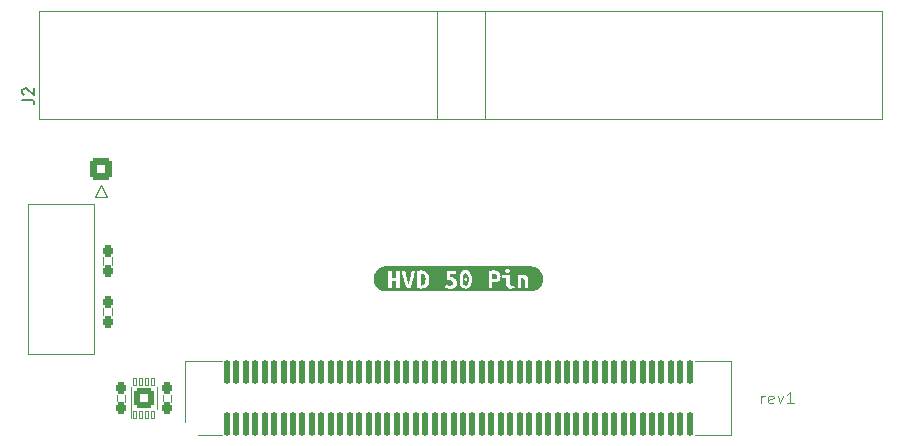
<source format=gto>
G04 #@! TF.GenerationSoftware,KiCad,Pcbnew,8.0.6*
G04 #@! TF.CreationDate,2024-11-07T02:26:50-08:00*
G04 #@! TF.ProjectId,hvd-50-idc,6876642d-3530-42d6-9964-632e6b696361,1*
G04 #@! TF.SameCoordinates,Original*
G04 #@! TF.FileFunction,Legend,Top*
G04 #@! TF.FilePolarity,Positive*
%FSLAX46Y46*%
G04 Gerber Fmt 4.6, Leading zero omitted, Abs format (unit mm)*
G04 Created by KiCad (PCBNEW 8.0.6) date 2024-11-07 02:26:50*
%MOMM*%
%LPD*%
G01*
G04 APERTURE LIST*
G04 Aperture macros list*
%AMRoundRect*
0 Rectangle with rounded corners*
0 $1 Rounding radius*
0 $2 $3 $4 $5 $6 $7 $8 $9 X,Y pos of 4 corners*
0 Add a 4 corners polygon primitive as box body*
4,1,4,$2,$3,$4,$5,$6,$7,$8,$9,$2,$3,0*
0 Add four circle primitives for the rounded corners*
1,1,$1+$1,$2,$3*
1,1,$1+$1,$4,$5*
1,1,$1+$1,$6,$7*
1,1,$1+$1,$8,$9*
0 Add four rect primitives between the rounded corners*
20,1,$1+$1,$2,$3,$4,$5,0*
20,1,$1+$1,$4,$5,$6,$7,0*
20,1,$1+$1,$6,$7,$8,$9,0*
20,1,$1+$1,$8,$9,$2,$3,0*%
G04 Aperture macros list end*
%ADD10C,0.100000*%
%ADD11C,0.150000*%
%ADD12C,0.120000*%
%ADD13C,0.000000*%
%ADD14C,0.800000*%
%ADD15C,1.200000*%
%ADD16RoundRect,0.125000X0.125000X0.925000X-0.125000X0.925000X-0.125000X-0.925000X0.125000X-0.925000X0*%
%ADD17RoundRect,0.225000X0.225000X-0.275000X0.225000X0.275000X-0.225000X0.275000X-0.225000X-0.275000X0*%
%ADD18RoundRect,0.225000X-0.225000X0.275000X-0.225000X-0.275000X0.225000X-0.275000X0.225000X0.275000X0*%
%ADD19C,6.500000*%
%ADD20RoundRect,0.062500X0.137500X-0.287500X0.137500X0.287500X-0.137500X0.287500X-0.137500X-0.287500X0*%
%ADD21RoundRect,0.265625X0.584375X-0.584375X0.584375X0.584375X-0.584375X0.584375X-0.584375X-0.584375X0*%
%ADD22C,2.300000*%
%ADD23C,2.700000*%
%ADD24C,1.950000*%
%ADD25RoundRect,0.264706X0.635294X-0.635294X0.635294X0.635294X-0.635294X0.635294X-0.635294X-0.635294X0*%
%ADD26C,1.800000*%
G04 APERTURE END LIST*
D10*
X-11857143Y3542581D02*
X-11857143Y4209248D01*
X-11857143Y4018772D02*
X-11809524Y4114010D01*
X-11809524Y4114010D02*
X-11761905Y4161629D01*
X-11761905Y4161629D02*
X-11666667Y4209248D01*
X-11666667Y4209248D02*
X-11571429Y4209248D01*
X-10857143Y3590200D02*
X-10952381Y3542581D01*
X-10952381Y3542581D02*
X-11142857Y3542581D01*
X-11142857Y3542581D02*
X-11238095Y3590200D01*
X-11238095Y3590200D02*
X-11285714Y3685439D01*
X-11285714Y3685439D02*
X-11285714Y4066391D01*
X-11285714Y4066391D02*
X-11238095Y4161629D01*
X-11238095Y4161629D02*
X-11142857Y4209248D01*
X-11142857Y4209248D02*
X-10952381Y4209248D01*
X-10952381Y4209248D02*
X-10857143Y4161629D01*
X-10857143Y4161629D02*
X-10809524Y4066391D01*
X-10809524Y4066391D02*
X-10809524Y3971153D01*
X-10809524Y3971153D02*
X-11285714Y3875915D01*
X-10476190Y4209248D02*
X-10238095Y3542581D01*
X-10238095Y3542581D02*
X-10000000Y4209248D01*
X-9095238Y3542581D02*
X-9666666Y3542581D01*
X-9380952Y3542581D02*
X-9380952Y4542581D01*
X-9380952Y4542581D02*
X-9476190Y4399724D01*
X-9476190Y4399724D02*
X-9571428Y4304486D01*
X-9571428Y4304486D02*
X-9666666Y4256867D01*
D11*
X-74405181Y29241667D02*
X-73690896Y29241667D01*
X-73690896Y29241667D02*
X-73548039Y29194048D01*
X-73548039Y29194048D02*
X-73452800Y29098810D01*
X-73452800Y29098810D02*
X-73405181Y28955953D01*
X-73405181Y28955953D02*
X-73405181Y28860715D01*
X-74309943Y29670239D02*
X-74357562Y29717858D01*
X-74357562Y29717858D02*
X-74405181Y29813096D01*
X-74405181Y29813096D02*
X-74405181Y30051191D01*
X-74405181Y30051191D02*
X-74357562Y30146429D01*
X-74357562Y30146429D02*
X-74309943Y30194048D01*
X-74309943Y30194048D02*
X-74214705Y30241667D01*
X-74214705Y30241667D02*
X-74119467Y30241667D01*
X-74119467Y30241667D02*
X-73976610Y30194048D01*
X-73976610Y30194048D02*
X-73405181Y29622620D01*
X-73405181Y29622620D02*
X-73405181Y30241667D01*
D12*
G04 #@! TO.C,J1*
X-60600000Y7100000D02*
X-60600000Y2000000D01*
X-60600000Y7100000D02*
X-57500000Y7100000D01*
X-59500000Y900000D02*
X-57500000Y900000D01*
X-17500000Y7100000D02*
X-14400000Y7100000D01*
X-17500000Y900000D02*
X-14400000Y900000D01*
X-14400000Y7100000D02*
X-14400000Y900000D01*
D10*
G04 #@! TO.C,R3*
X-67549999Y11600000D02*
X-67549999Y11000000D01*
X-66850001Y11000000D02*
X-66850001Y11600000D01*
G04 #@! TO.C,R2*
X-67549999Y15900000D02*
X-67549999Y15300000D01*
X-66850001Y15300000D02*
X-66850001Y15900000D01*
G04 #@! TO.C,C1*
X-66399999Y3700000D02*
X-66399999Y4300000D01*
X-65700001Y4300000D02*
X-65700001Y3700000D01*
D13*
G04 #@! TO.C,kibuzzard-672C6174*
G36*
X-34376111Y14531038D02*
G01*
X-34292811Y14490145D01*
X-34239196Y14416539D01*
X-34221325Y14304766D01*
X-34239499Y14186935D01*
X-34294023Y14109693D01*
X-34384289Y14066983D01*
X-34509693Y14052746D01*
X-34630856Y14052746D01*
X-34630856Y14537399D01*
X-34556947Y14543457D01*
X-34483037Y14544669D01*
X-34376111Y14531038D01*
G37*
G36*
X-40439418Y14502262D02*
G01*
X-40340065Y14389580D01*
X-40289176Y14227221D01*
X-40274637Y14038207D01*
X-40279180Y13931280D01*
X-40292811Y13833441D01*
X-40353393Y13672294D01*
X-40464863Y13565670D01*
X-40635703Y13526898D01*
X-40662359Y13526898D01*
X-40689015Y13529321D01*
X-40689015Y14537399D01*
X-40645396Y14543457D01*
X-40601777Y14544669D01*
X-40439418Y14502262D01*
G37*
G36*
X-36768477Y14532855D02*
G01*
X-36689418Y14431987D01*
X-36653743Y14328729D01*
X-36632337Y14198277D01*
X-36625202Y14040630D01*
X-36632337Y13881637D01*
X-36653743Y13750377D01*
X-36689418Y13646850D01*
X-36768477Y13545981D01*
X-36874798Y13513108D01*
X-36877221Y13512359D01*
X-36984451Y13545981D01*
X-37063813Y13646850D01*
X-37100162Y13750377D01*
X-37121971Y13881637D01*
X-37129241Y14040630D01*
X-37128123Y14064863D01*
X-37010501Y14064863D01*
X-36974152Y13952181D01*
X-36874798Y13904927D01*
X-36779079Y13952181D01*
X-36741519Y14064863D01*
X-36779079Y14178756D01*
X-36874798Y14227221D01*
X-36974152Y14178756D01*
X-37010501Y14064863D01*
X-37128123Y14064863D01*
X-37121971Y14198277D01*
X-37100162Y14328729D01*
X-37063813Y14431987D01*
X-36984451Y14532855D01*
X-36877221Y14566478D01*
X-36768477Y14532855D01*
G37*
G36*
X-31263343Y15141407D02*
G01*
X-31161761Y15126339D01*
X-31062146Y15101386D01*
X-30965455Y15066790D01*
X-30872622Y15022883D01*
X-30784539Y14970088D01*
X-30702055Y14908914D01*
X-30625964Y14839949D01*
X-30556999Y14763858D01*
X-30495825Y14681374D01*
X-30443030Y14593291D01*
X-30399123Y14500458D01*
X-30364526Y14403767D01*
X-30339574Y14304151D01*
X-30324506Y14202570D01*
X-30319467Y14100000D01*
X-30324506Y13997430D01*
X-30339574Y13895849D01*
X-30364526Y13796233D01*
X-30399123Y13699542D01*
X-30443030Y13606709D01*
X-30495825Y13518626D01*
X-30556999Y13436142D01*
X-30625964Y13360051D01*
X-30702055Y13291086D01*
X-30784539Y13229912D01*
X-30872622Y13177117D01*
X-30965455Y13133210D01*
X-31062146Y13098614D01*
X-31161761Y13073661D01*
X-31263343Y13058593D01*
X-31365913Y13053554D01*
X-31567851Y13053554D01*
X-33038772Y13053554D01*
X-34630856Y13053554D01*
X-36877221Y13053554D01*
X-38205170Y13053554D01*
X-40667205Y13053554D01*
X-41878837Y13053554D01*
X-42438611Y13053554D01*
X-43432149Y13053554D01*
X-43634087Y13053554D01*
X-43736657Y13058593D01*
X-43838239Y13073661D01*
X-43937854Y13098614D01*
X-44034545Y13133210D01*
X-44127378Y13177117D01*
X-44215461Y13229912D01*
X-44292429Y13286995D01*
X-43432149Y13286995D01*
X-43134087Y13286995D01*
X-43134087Y13948546D01*
X-42736672Y13948546D01*
X-42736672Y13286995D01*
X-42438611Y13286995D01*
X-42438611Y14786995D01*
X-42298061Y14786995D01*
X-42270194Y14651292D01*
X-42230210Y14481664D01*
X-42198169Y14354712D01*
X-42163436Y14222644D01*
X-42126010Y14085460D01*
X-42086430Y13945584D01*
X-42045234Y13805439D01*
X-42002423Y13665024D01*
X-41938813Y13465105D01*
X-41878837Y13286995D01*
X-41571082Y13286995D01*
X-41524771Y13416101D01*
X-41479537Y13548169D01*
X-41435380Y13683199D01*
X-41392973Y13818901D01*
X-41352989Y13952989D01*
X-41315428Y14085460D01*
X-41263934Y14278413D01*
X-41218498Y14462278D01*
X-41179422Y14633118D01*
X-41151094Y14767609D01*
X-40987076Y14767609D01*
X-40987076Y13303958D01*
X-40823506Y13276090D01*
X-40667205Y13267609D01*
X-40520901Y13278211D01*
X-40387318Y13310016D01*
X-40337587Y13333037D01*
X-38609855Y13333037D01*
X-38540792Y13306381D01*
X-38440226Y13280937D01*
X-38323910Y13262763D01*
X-38205170Y13255493D01*
X-38066438Y13264580D01*
X-37945880Y13291842D01*
X-37843498Y13335460D01*
X-37759289Y13393619D01*
X-37647819Y13547496D01*
X-37611470Y13740145D01*
X-37627894Y13880695D01*
X-37677167Y13998627D01*
X-37713356Y14040630D01*
X-37398223Y14040630D01*
X-37389893Y13854645D01*
X-37364903Y13694103D01*
X-37323253Y13559006D01*
X-37264943Y13449354D01*
X-37162628Y13341653D01*
X-37033387Y13277033D01*
X-36877221Y13255493D01*
X-36721055Y13277033D01*
X-36591815Y13341653D01*
X-36489499Y13449354D01*
X-36431189Y13559006D01*
X-36389540Y13694103D01*
X-36364550Y13854645D01*
X-36356220Y14040630D01*
X-36364550Y14225480D01*
X-36389540Y14385036D01*
X-36431189Y14519300D01*
X-36489499Y14628271D01*
X-36591815Y14735299D01*
X-36656842Y14767609D01*
X-34928918Y14767609D01*
X-34928918Y13286995D01*
X-34630856Y13286995D01*
X-34630856Y13793457D01*
X-34524233Y13793457D01*
X-34345046Y13806785D01*
X-34195207Y13846769D01*
X-34074717Y13913409D01*
X-33986537Y14009935D01*
X-33933630Y14139580D01*
X-33915994Y14302342D01*
X-33929416Y14425929D01*
X-33760905Y14425929D01*
X-33760905Y14178756D01*
X-33445880Y14178756D01*
X-33445880Y13759532D01*
X-33441034Y13647456D01*
X-33426494Y13548708D01*
X-33359855Y13392407D01*
X-33233845Y13294265D01*
X-33145699Y13268821D01*
X-33038772Y13260339D01*
X-32889742Y13276090D01*
X-32716478Y13335460D01*
X-32755250Y13575363D01*
X-32886107Y13530533D01*
X-32985460Y13519628D01*
X-33110258Y13569305D01*
X-33147819Y13720759D01*
X-33147819Y14389580D01*
X-32483845Y14389580D01*
X-32483845Y13286995D01*
X-32185784Y13286995D01*
X-32185784Y14181179D01*
X-32116721Y14188449D01*
X-32050081Y14190872D01*
X-31902262Y14120598D01*
X-31875000Y14027908D01*
X-31865913Y13890388D01*
X-31865913Y13286995D01*
X-31567851Y13286995D01*
X-31567851Y13929160D01*
X-31573304Y14040327D01*
X-31589661Y14141195D01*
X-31663570Y14305977D01*
X-31805331Y14412601D01*
X-31906502Y14440771D01*
X-32030695Y14450162D01*
X-32163671Y14445315D01*
X-32286349Y14430775D01*
X-32394487Y14410784D01*
X-32483845Y14389580D01*
X-33147819Y14389580D01*
X-33147819Y14425929D01*
X-33348950Y14425929D01*
X-33760905Y14425929D01*
X-33929416Y14425929D01*
X-33933495Y14463489D01*
X-33985999Y14591519D01*
X-34073506Y14686430D01*
X-34192784Y14751723D01*
X-34197863Y14753069D01*
X-33535541Y14753069D01*
X-33481018Y14614943D01*
X-33348950Y14564055D01*
X-33215670Y14614943D01*
X-33159935Y14753069D01*
X-33215670Y14893619D01*
X-33348950Y14944507D01*
X-33481018Y14893619D01*
X-33535541Y14753069D01*
X-34197863Y14753069D01*
X-34340603Y14790899D01*
X-34516963Y14803958D01*
X-34611470Y14801535D01*
X-34720517Y14795477D01*
X-34830775Y14784572D01*
X-34928918Y14767609D01*
X-36656842Y14767609D01*
X-36721055Y14799515D01*
X-36877221Y14820921D01*
X-37030964Y14799381D01*
X-37159397Y14734760D01*
X-37262520Y14627060D01*
X-37321890Y14517710D01*
X-37364297Y14383522D01*
X-37389742Y14224495D01*
X-37398223Y14040630D01*
X-37713356Y14040630D01*
X-37759289Y14093942D01*
X-37874798Y14166101D01*
X-38024233Y14214567D01*
X-38207593Y14239338D01*
X-38195477Y14377464D01*
X-38183360Y14539822D01*
X-37667205Y14539822D01*
X-37667205Y14786995D01*
X-38432956Y14786995D01*
X-38442044Y14601918D01*
X-38454766Y14410178D01*
X-38471729Y14212985D01*
X-38493538Y14011551D01*
X-38326939Y14006401D01*
X-38195477Y13990953D01*
X-38019790Y13932795D01*
X-37937399Y13843134D01*
X-37916801Y13728029D01*
X-37928918Y13648061D01*
X-37973748Y13578998D01*
X-38063409Y13529321D01*
X-38207593Y13509935D01*
X-38320880Y13515388D01*
X-38413570Y13531745D01*
X-38549273Y13580210D01*
X-38609855Y13333037D01*
X-40337587Y13333037D01*
X-40268881Y13364842D01*
X-40168013Y13444507D01*
X-40085925Y13550222D01*
X-40023829Y13683199D01*
X-39984754Y13845254D01*
X-39971729Y14038207D01*
X-39983542Y14226918D01*
X-40018982Y14385945D01*
X-40075626Y14517407D01*
X-40151050Y14623425D01*
X-40245254Y14704301D01*
X-40358239Y14760339D01*
X-40486975Y14793053D01*
X-40628433Y14803958D01*
X-40795638Y14796688D01*
X-40987076Y14767609D01*
X-41151094Y14767609D01*
X-41147011Y14786995D01*
X-41459612Y14786995D01*
X-41481422Y14660985D01*
X-41508078Y14515590D01*
X-41538368Y14358380D01*
X-41571082Y14196931D01*
X-41606220Y14034572D01*
X-41643780Y13874637D01*
X-41682553Y13724697D01*
X-41721325Y13592326D01*
X-41760400Y13726515D01*
X-41800081Y13877060D01*
X-41838853Y14036995D01*
X-41875202Y14199354D01*
X-41908825Y14360501D01*
X-41939418Y14516801D01*
X-41964863Y14661288D01*
X-41983037Y14786995D01*
X-42298061Y14786995D01*
X-42438611Y14786995D01*
X-42736672Y14786995D01*
X-42736672Y14195719D01*
X-43134087Y14195719D01*
X-43134087Y14786995D01*
X-43432149Y14786995D01*
X-43432149Y13286995D01*
X-44292429Y13286995D01*
X-44297945Y13291086D01*
X-44374036Y13360051D01*
X-44443001Y13436142D01*
X-44504175Y13518626D01*
X-44556970Y13606709D01*
X-44600877Y13699542D01*
X-44635474Y13796233D01*
X-44660426Y13895849D01*
X-44675494Y13997430D01*
X-44680533Y14100000D01*
X-44675494Y14202570D01*
X-44660426Y14304151D01*
X-44635474Y14403767D01*
X-44600877Y14500458D01*
X-44556970Y14593291D01*
X-44504175Y14681374D01*
X-44443001Y14763858D01*
X-44374036Y14839949D01*
X-44297945Y14908914D01*
X-44215461Y14970088D01*
X-44127378Y15022883D01*
X-44034545Y15066790D01*
X-43937854Y15101386D01*
X-43838239Y15126339D01*
X-43736657Y15141407D01*
X-43634087Y15146446D01*
X-43432149Y15146446D01*
X-31567851Y15146446D01*
X-31365913Y15146446D01*
X-31263343Y15141407D01*
G37*
D10*
G04 #@! TO.C,R1*
X-62499999Y4300000D02*
X-62499999Y3700000D01*
X-61800001Y3700000D02*
X-61800001Y4300000D01*
G04 #@! TO.C,U1*
X-65200000Y2300000D02*
X-65200000Y4950000D01*
X-63000000Y4950000D02*
X-63000000Y3050000D01*
G04 #@! TO.C,J3*
X-73970000Y20440000D02*
X-68370000Y20440000D01*
X-68370000Y7770000D01*
X-73970000Y7770000D01*
X-73970000Y20440000D01*
D12*
G04 #@! TO.C,J2*
X-72970000Y36750000D02*
X-1590000Y36750000D01*
X-72970000Y27630000D02*
X-72970000Y36750000D01*
X-68260000Y21010000D02*
X-67260000Y21010000D01*
X-67760000Y22010000D02*
X-68260000Y21010000D01*
X-67260000Y21010000D02*
X-67760000Y22010000D01*
X-39330000Y27630000D02*
X-39330000Y36750000D01*
X-35230000Y27630000D02*
X-35230000Y36750000D01*
X-1590000Y36750000D02*
X-1590000Y27630000D01*
X-1590000Y27630000D02*
X-72970000Y27630000D01*
G04 #@! TD*
%LPC*%
D14*
G04 #@! TO.C,J1*
X-15400000Y4000000D03*
D15*
X-59600000Y4000000D03*
D16*
X-57100000Y1800000D03*
X-57100000Y6200000D03*
X-56300000Y1800000D03*
X-56300000Y6200000D03*
X-55500000Y1800000D03*
X-55500000Y6200000D03*
X-54700000Y1800000D03*
X-54700000Y6200000D03*
X-53900000Y1800000D03*
X-53900000Y6200000D03*
X-53100000Y1800000D03*
X-53100000Y6200000D03*
X-52300000Y1800000D03*
X-52300000Y6200000D03*
X-51500000Y1800000D03*
X-51500000Y6200000D03*
X-50700000Y1800000D03*
X-50700000Y6200000D03*
X-49900000Y1800000D03*
X-49900000Y6200000D03*
X-49100000Y1800000D03*
X-49100000Y6200000D03*
X-48300000Y1800000D03*
X-48300000Y6200000D03*
X-47500000Y1800000D03*
X-47500000Y6200000D03*
X-46700000Y1800000D03*
X-46700000Y6200000D03*
X-45900000Y1800000D03*
X-45900000Y6200000D03*
X-45100000Y1800000D03*
X-45100000Y6200000D03*
X-44300000Y1800000D03*
X-44300000Y6200000D03*
X-43500000Y1800000D03*
X-43500000Y6200000D03*
X-42700000Y1800000D03*
X-42700000Y6200000D03*
X-41900000Y1800000D03*
X-41900000Y6200000D03*
X-41100000Y1800000D03*
X-41100000Y6200000D03*
X-40300000Y1800000D03*
X-40300000Y6200000D03*
X-39500000Y1800000D03*
X-39500000Y6200000D03*
X-38700000Y1800000D03*
X-38700000Y6200000D03*
X-37900000Y1800000D03*
X-37900000Y6200000D03*
X-37100000Y1800000D03*
X-37100000Y6200000D03*
X-36300000Y1800000D03*
X-36300000Y6200000D03*
X-35500000Y1800000D03*
X-35500000Y6200000D03*
X-34700000Y1800000D03*
X-34700000Y6200000D03*
X-33900000Y1800000D03*
X-33900000Y6200000D03*
X-33100000Y1800000D03*
X-33100000Y6200000D03*
X-32300000Y1800000D03*
X-32300000Y6200000D03*
X-31500000Y1800000D03*
X-31500000Y6200000D03*
X-30700000Y1800000D03*
X-30700000Y6200000D03*
X-29900000Y1800000D03*
X-29900000Y6200000D03*
X-29100000Y1800000D03*
X-29100000Y6200000D03*
X-28300000Y1800000D03*
X-28300000Y6200000D03*
X-27500000Y1800000D03*
X-27500000Y6200000D03*
X-26700000Y1800000D03*
X-26700000Y6200000D03*
X-25900000Y1800000D03*
X-25900000Y6200000D03*
X-25100000Y1800000D03*
X-25100000Y6200000D03*
X-24300000Y1800000D03*
X-24300000Y6200000D03*
X-23500000Y1800000D03*
X-23500000Y6200000D03*
X-22700000Y1800000D03*
X-22700000Y6200000D03*
X-21900000Y1800000D03*
X-21900000Y6200000D03*
X-21100000Y1800000D03*
X-21100000Y6200000D03*
X-20300000Y1800000D03*
X-20300000Y6200000D03*
X-19500000Y1800000D03*
X-19500000Y6200000D03*
X-18700000Y1800000D03*
X-18700000Y6200000D03*
X-17900000Y1800000D03*
X-17900000Y6200000D03*
G04 #@! TD*
D17*
G04 #@! TO.C,R3*
X-67200000Y10450000D03*
X-67200000Y12150000D03*
G04 #@! TD*
D18*
G04 #@! TO.C,R2*
X-67200000Y16450000D03*
X-67200000Y14750000D03*
G04 #@! TD*
D17*
G04 #@! TO.C,C1*
X-66050000Y3150000D03*
X-66050000Y4850000D03*
G04 #@! TD*
D19*
G04 #@! TO.C,H4*
X-4000000Y4000000D03*
G04 #@! TD*
D17*
G04 #@! TO.C,R1*
X-62150000Y3150000D03*
X-62150000Y4850000D03*
G04 #@! TD*
D20*
G04 #@! TO.C,U1*
X-64850001Y2600000D03*
X-64350000Y2600000D03*
X-63850000Y2600000D03*
X-63349999Y2600000D03*
X-63349999Y5400000D03*
X-63850000Y5400000D03*
X-64350000Y5400000D03*
X-64850001Y5400000D03*
D21*
X-64100000Y4000000D03*
G04 #@! TD*
D22*
G04 #@! TO.C,J3*
X-72440000Y10870000D03*
D23*
X-69900000Y17340000D03*
D24*
X-72440000Y16010000D03*
X-69900000Y14740000D03*
X-72440000Y13470000D03*
X-69900000Y12200000D03*
G04 #@! TD*
D19*
G04 #@! TO.C,H3*
X-71000000Y4000000D03*
G04 #@! TD*
D25*
G04 #@! TO.C,J2*
X-67760000Y23360000D03*
D26*
X-67760000Y25900000D03*
X-65220000Y23360000D03*
X-65220000Y25900000D03*
X-62680000Y23360000D03*
X-62680000Y25900000D03*
X-60140000Y23360000D03*
X-60140000Y25900000D03*
X-57600000Y23360000D03*
X-57600000Y25900000D03*
X-55060000Y23360000D03*
X-55060000Y25900000D03*
X-52520000Y23360000D03*
X-52520000Y25900000D03*
X-49980000Y23360000D03*
X-49980000Y25900000D03*
X-47440000Y23360000D03*
X-47440000Y25900000D03*
X-44900000Y23360000D03*
X-44900000Y25900000D03*
X-42360000Y23360000D03*
X-42360000Y25900000D03*
X-39820000Y23360000D03*
X-39820000Y25900000D03*
X-37280000Y23360000D03*
X-37280000Y25900000D03*
X-34740000Y23360000D03*
X-34740000Y25900000D03*
X-32200000Y23360000D03*
X-32200000Y25900000D03*
X-29660000Y23360000D03*
X-29660000Y25900000D03*
X-27120000Y23360000D03*
X-27120000Y25900000D03*
X-24580000Y23360000D03*
X-24580000Y25900000D03*
X-22040000Y23360000D03*
X-22040000Y25900000D03*
X-19500000Y23360000D03*
X-19500000Y25900000D03*
X-16960000Y23360000D03*
X-16960000Y25900000D03*
X-14420000Y23360000D03*
X-14420000Y25900000D03*
X-11880000Y23360000D03*
X-11880000Y25900000D03*
X-9340000Y23360000D03*
X-9340000Y25900000D03*
X-6800000Y23360000D03*
X-6800000Y25900000D03*
G04 #@! TD*
G36*
X-56961Y19530315D02*
G01*
X-11206Y19477511D01*
X0Y19426000D01*
X0Y10474000D01*
X-19685Y10406961D01*
X-72489Y10361206D01*
X-124000Y10350000D01*
X-2376000Y10350000D01*
X-2443039Y10369685D01*
X-2488794Y10422489D01*
X-2500000Y10474000D01*
X-2500000Y19426000D01*
X-2480315Y19493039D01*
X-2427511Y19538794D01*
X-2376000Y19550000D01*
X-124000Y19550000D01*
X-56961Y19530315D01*
G37*
%LPD*%
M02*

</source>
